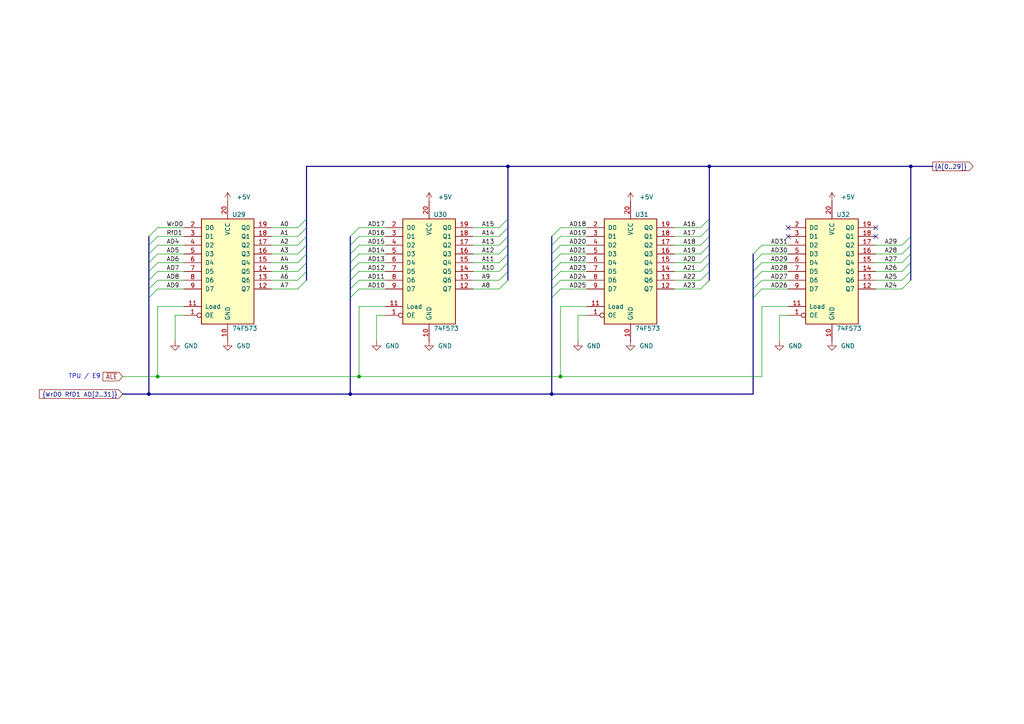
<source format=kicad_sch>
(kicad_sch (version 20250114) (generator "eeschema") (generator_version "9.0")
  (paper "A4")
  (title_block (title "TPU"))
  (lib_symbols
    (symbol "georg:74F573" (pin_names (offset 1.016))
      (property "Reference" "U" (at 1.27 16.51 0))
      (property "Value" "74F573" (at 1.27 -16.51 0))
      (symbol "74F573_1_0"
        (pin input line (at -12.7 12.7 0) (length 5.08) (name "D0") (number "2"))
        (pin input line (at -12.7 10.16 0) (length 5.08) (name "D1") (number "3"))
        (pin input line (at -12.7 7.62 0) (length 5.08) (name "D2") (number "4"))
        (pin input line (at -12.7 5.08 0) (length 5.08) (name "D3") (number "5"))
        (pin input line (at -12.7 2.54 0) (length 5.08) (name "D4") (number "6"))
        (pin input line (at -12.7 0 0) (length 5.08) (name "D5") (number "7"))
        (pin input line (at -12.7 -2.54 0) (length 5.08) (name "D6") (number "8"))
        (pin input line (at -12.7 -5.08 0) (length 5.08) (name "D7") (number "9"))
        (pin input line (at -12.7 -10.16 0) (length 5.08) (name "Load") (number "11"))
        (pin input inverted (at -12.7 -12.7 0) (length 5.08) (name "OE") (number "1"))
        (pin power_in line (at 0 20.32 270) (length 5.08) (name "VCC") (number "20"))
        (pin power_in line (at 0 -20.32 90) (length 5.08) (name "GND") (number "10"))
        (pin tri_state line (at 12.7 12.7 180) (length 5.08) (name "Q0") (number "19"))
        (pin tri_state line (at 12.7 10.16 180) (length 5.08) (name "Q1") (number "18"))
        (pin tri_state line (at 12.7 7.62 180) (length 5.08) (name "Q2") (number "17"))
        (pin tri_state line (at 12.7 5.08 180) (length 5.08) (name "Q3") (number "16"))
        (pin tri_state line (at 12.7 2.54 180) (length 5.08) (name "Q4") (number "15"))
        (pin tri_state line (at 12.7 0 180) (length 5.08) (name "Q5") (number "14"))
        (pin tri_state line (at 12.7 -2.54 180) (length 5.08) (name "Q6") (number "13"))
        (pin tri_state line (at 12.7 -5.08 180) (length 5.08) (name "Q7") (number "12"))
      )
      (symbol "74F573_1_1"
        (rectangle (start -7.62 15.24) (end 7.62 -15.24) (stroke (width 0.254)) (fill (type background)))
      )
    )
    (symbol "power:+5V" (power) (pin_numbers (hide yes)) (pin_names (offset 0) (hide yes))
      (property "Value" "+5V" (at 0 3.556 0))
      (symbol "+5V_0_1"
        (polyline (pts (xy -0.762 1.27) (xy 0 2.54)))
        (polyline (pts (xy 0 2.54) (xy 0.762 1.27)))
        (polyline (pts (xy 0 0) (xy 0 2.54)))
      )
      (symbol "+5V_1_1"
        (pin power_in line (at 0 0 90) (length 0) (name "~") (number "1"))
      )
    )
    (symbol "power:GND" (power) (pin_numbers (hide yes)) (pin_names (offset 0) (hide yes))
      (property "Value" "GND" (at 0 -3.81 0))
      (symbol "GND_0_1"
        (polyline (pts (xy 0 0) (xy 0 -1.27) (xy 1.27 -1.27) (xy 0 -2.54) (xy -1.27 -1.27) (xy 0 -1.27)))
      )
      (symbol "GND_1_1"
        (pin power_in line (at 0 0 270) (length 0) (name "~") (number "1"))
      )
    )
  )
  (text "TPU / E9" (at 29.21 109.22 0) (effects (font (size 1.27 1.27)) (justify right)))
  (junction (at 147.32 48.26))
  (junction (at 101.6 114.3))
  (junction (at 264.16 48.26))
  (junction (at 205.74 48.26))
  (junction (at 160.02 114.3))
  (junction (at 162.56 109.22))
  (junction (at 104.14 109.22))
  (junction (at 43.18 114.3))
  (junction (at 45.72 109.22))
  (no_connect (at 228.6 68.58))
  (no_connect (at 254 66.04))
  (no_connect (at 228.6 66.04))
  (no_connect (at 254 68.58))
  (bus_entry (at 218.44 76.2) (size 2.54 -2.54))
  (bus_entry (at 43.18 73.66) (size 2.54 -2.54))
  (bus_entry (at 160.02 81.28) (size 2.54 -2.54))
  (bus_entry (at 144.78 66.04) (size 2.54 -2.54))
  (bus_entry (at 203.2 68.58) (size 2.54 -2.54))
  (bus_entry (at 218.44 81.28) (size 2.54 -2.54))
  (bus_entry (at 144.78 76.2) (size 2.54 -2.54))
  (bus_entry (at 218.44 78.74) (size 2.54 -2.54))
  (bus_entry (at 261.62 71.12) (size 2.54 -2.54))
  (bus_entry (at 43.18 78.74) (size 2.54 -2.54))
  (bus_entry (at 101.6 83.82) (size 2.54 -2.54))
  (bus_entry (at 144.78 73.66) (size 2.54 -2.54))
  (bus_entry (at 203.2 66.04) (size 2.54 -2.54))
  (bus_entry (at 203.2 71.12) (size 2.54 -2.54))
  (bus_entry (at 160.02 78.74) (size 2.54 -2.54))
  (bus_entry (at 144.78 78.74) (size 2.54 -2.54))
  (bus_entry (at 43.18 68.58) (size 2.54 -2.54))
  (bus_entry (at 88.9 68.58) (size -2.54 2.54))
  (bus_entry (at 218.44 73.66) (size 2.54 -2.54))
  (bus_entry (at 101.6 76.2) (size 2.54 -2.54))
  (bus_entry (at 101.6 78.74) (size 2.54 -2.54))
  (bus_entry (at 43.18 76.2) (size 2.54 -2.54))
  (bus_entry (at 261.62 73.66) (size 2.54 -2.54))
  (bus_entry (at 88.9 71.12) (size -2.54 2.54))
  (bus_entry (at 160.02 68.58) (size 2.54 -2.54))
  (bus_entry (at 43.18 81.28) (size 2.54 -2.54))
  (bus_entry (at 203.2 81.28) (size 2.54 -2.54))
  (bus_entry (at 261.62 81.28) (size 2.54 -2.54))
  (bus_entry (at 88.9 76.2) (size -2.54 2.54))
  (bus_entry (at 43.18 86.36) (size 2.54 -2.54))
  (bus_entry (at 218.44 86.36) (size 2.54 -2.54))
  (bus_entry (at 144.78 68.58) (size 2.54 -2.54))
  (bus_entry (at 261.62 78.74) (size 2.54 -2.54))
  (bus_entry (at 203.2 73.66) (size 2.54 -2.54))
  (bus_entry (at 43.18 71.12) (size 2.54 -2.54))
  (bus_entry (at 144.78 71.12) (size 2.54 -2.54))
  (bus_entry (at 88.9 81.28) (size -2.54 2.54))
  (bus_entry (at 203.2 83.82) (size 2.54 -2.54))
  (bus_entry (at 43.18 83.82) (size 2.54 -2.54))
  (bus_entry (at 101.6 71.12) (size 2.54 -2.54))
  (bus_entry (at 203.2 76.2) (size 2.54 -2.54))
  (bus_entry (at 160.02 73.66) (size 2.54 -2.54))
  (bus_entry (at 160.02 76.2) (size 2.54 -2.54))
  (bus_entry (at 160.02 71.12) (size 2.54 -2.54))
  (bus_entry (at 101.6 68.58) (size 2.54 -2.54))
  (bus_entry (at 261.62 83.82) (size 2.54 -2.54))
  (bus_entry (at 101.6 86.36) (size 2.54 -2.54))
  (bus_entry (at 203.2 78.74) (size 2.54 -2.54))
  (bus_entry (at 261.62 76.2) (size 2.54 -2.54))
  (bus_entry (at 88.9 66.04) (size -2.54 2.54))
  (bus_entry (at 101.6 81.28) (size 2.54 -2.54))
  (bus_entry (at 160.02 83.82) (size 2.54 -2.54))
  (bus_entry (at 144.78 81.28) (size 2.54 -2.54))
  (bus_entry (at 101.6 73.66) (size 2.54 -2.54))
  (bus_entry (at 88.9 63.5) (size -2.54 2.54))
  (bus_entry (at 88.9 73.66) (size -2.54 2.54))
  (bus_entry (at 160.02 86.36) (size 2.54 -2.54))
  (bus_entry (at 144.78 83.82) (size 2.54 -2.54))
  (bus_entry (at 88.9 78.74) (size -2.54 2.54))
  (bus_entry (at 218.44 83.82) (size 2.54 -2.54))
  (wire (pts (xy 137.16 78.74) (xy 144.78 78.74)))
  (bus (pts (xy 160.02 73.66) (xy 160.02 76.2)))
  (bus (pts (xy 205.74 63.5) (xy 205.74 66.04)))
  (wire (pts (xy 53.34 88.9) (xy 45.72 88.9)))
  (wire (pts (xy 220.98 73.66) (xy 228.6 73.66)))
  (wire (pts (xy 78.74 73.66) (xy 86.36 73.66)))
  (bus (pts (xy 160.02 78.74) (xy 160.02 81.28)))
  (wire (pts (xy 78.74 78.74) (xy 86.36 78.74)))
  (bus (pts (xy 43.18 86.36) (xy 43.18 114.3)))
  (wire (pts (xy -13.97 189.23) (xy -13.97 187.96)))
  (wire (pts (xy 104.14 68.58) (xy 111.76 68.58)))
  (bus (pts (xy 88.9 63.5) (xy 88.9 66.04)))
  (bus (pts (xy 264.16 76.2) (xy 264.16 78.74)))
  (bus (pts (xy 88.9 78.74) (xy 88.9 81.28)))
  (bus (pts (xy 88.9 48.26) (xy 88.9 63.5)))
  (bus (pts (xy 147.32 48.26) (xy 205.74 48.26)))
  (bus (pts (xy 205.74 78.74) (xy 205.74 81.28)))
  (wire (pts (xy 45.72 78.74) (xy 53.34 78.74)))
  (bus (pts (xy 88.9 48.26) (xy 147.32 48.26)))
  (wire (pts (xy 254 83.82) (xy 261.62 83.82)))
  (wire (pts (xy 78.74 83.82) (xy 86.36 83.82)))
  (bus (pts (xy 43.18 76.2) (xy 43.18 78.74)))
  (bus (pts (xy 264.16 71.12) (xy 264.16 73.66)))
  (bus (pts (xy 205.74 71.12) (xy 205.74 73.66)))
  (wire (pts (xy 226.06 91.44) (xy 226.06 99.06)))
  (bus (pts (xy 147.32 48.26) (xy 147.32 63.5)))
  (bus (pts (xy 205.74 76.2) (xy 205.74 78.74)))
  (bus (pts (xy 205.74 73.66) (xy 205.74 76.2)))
  (bus (pts (xy 218.44 83.82) (xy 218.44 86.36)))
  (bus (pts (xy 88.9 68.58) (xy 88.9 71.12)))
  (wire (pts (xy 109.22 91.44) (xy 109.22 99.06)))
  (wire (pts (xy 220.98 109.22) (xy 220.98 88.9)))
  (wire (pts (xy 220.98 88.9) (xy 228.6 88.9)))
  (wire (pts (xy 220.98 71.12) (xy 228.6 71.12)))
  (wire (pts (xy -16.51 189.23) (xy -13.97 189.23)))
  (wire (pts (xy 104.14 66.04) (xy 111.76 66.04)))
  (wire (pts (xy 104.14 109.22) (xy 162.56 109.22)))
  (wire (pts (xy 162.56 71.12) (xy 170.18 71.12)))
  (wire (pts (xy 162.56 76.2) (xy 170.18 76.2)))
  (bus (pts (xy 205.74 48.26) (xy 205.74 63.5)))
  (bus (pts (xy 160.02 81.28) (xy 160.02 83.82)))
  (bus (pts (xy 88.9 73.66) (xy 88.9 76.2)))
  (wire (pts (xy 162.56 68.58) (xy 170.18 68.58)))
  (wire (pts (xy 137.16 68.58) (xy 144.78 68.58)))
  (wire (pts (xy 50.8 91.44) (xy 50.8 99.06)))
  (bus (pts (xy 43.18 114.3) (xy 101.6 114.3)))
  (wire (pts (xy 35.56 109.22) (xy 45.72 109.22)))
  (bus (pts (xy 101.6 71.12) (xy 101.6 73.66)))
  (wire (pts (xy 104.14 73.66) (xy 111.76 73.66)))
  (bus (pts (xy 160.02 71.12) (xy 160.02 73.66)))
  (bus (pts (xy 88.9 71.12) (xy 88.9 73.66)))
  (bus (pts (xy 218.44 73.66) (xy 218.44 76.2)))
  (bus (pts (xy 88.9 66.04) (xy 88.9 68.58)))
  (wire (pts (xy 137.16 83.82) (xy 144.78 83.82)))
  (bus (pts (xy 147.32 63.5) (xy 147.32 66.04)))
  (bus (pts (xy 101.6 78.74) (xy 101.6 81.28)))
  (wire (pts (xy 162.56 66.04) (xy 170.18 66.04)))
  (bus (pts (xy 218.44 78.74) (xy 218.44 81.28)))
  (bus (pts (xy 160.02 76.2) (xy 160.02 78.74)))
  (bus (pts (xy 43.18 73.66) (xy 43.18 76.2)))
  (wire (pts (xy 53.34 91.44) (xy 50.8 91.44)))
  (wire (pts (xy -13.97 194.31) (xy -13.97 195.58)))
  (wire (pts (xy 45.72 71.12) (xy 53.34 71.12)))
  (wire (pts (xy 137.16 81.28) (xy 144.78 81.28)))
  (wire (pts (xy 195.58 71.12) (xy 203.2 71.12)))
  (wire (pts (xy 195.58 81.28) (xy 203.2 81.28)))
  (wire (pts (xy 170.18 91.44) (xy 167.64 91.44)))
  (wire (pts (xy 137.16 71.12) (xy 144.78 71.12)))
  (bus (pts (xy 101.6 83.82) (xy 101.6 86.36)))
  (wire (pts (xy 162.56 81.28) (xy 170.18 81.28)))
  (bus (pts (xy 147.32 78.74) (xy 147.32 81.28)))
  (wire (pts (xy 78.74 81.28) (xy 86.36 81.28)))
  (wire (pts (xy 104.14 78.74) (xy 111.76 78.74)))
  (bus (pts (xy 218.44 81.28) (xy 218.44 83.82)))
  (wire (pts (xy 45.72 81.28) (xy 53.34 81.28)))
  (bus (pts (xy 147.32 76.2) (xy 147.32 78.74)))
  (wire (pts (xy 254 81.28) (xy 261.62 81.28)))
  (bus (pts (xy 43.18 78.74) (xy 43.18 81.28)))
  (wire (pts (xy 220.98 81.28) (xy 228.6 81.28)))
  (bus (pts (xy 264.16 68.58) (xy 264.16 71.12)))
  (bus (pts (xy 205.74 66.04) (xy 205.74 68.58)))
  (bus (pts (xy 147.32 71.12) (xy 147.32 73.66)))
  (wire (pts (xy 254 76.2) (xy 261.62 76.2)))
  (bus (pts (xy 101.6 73.66) (xy 101.6 76.2)))
  (wire (pts (xy 104.14 71.12) (xy 111.76 71.12)))
  (wire (pts (xy 254 78.74) (xy 261.62 78.74)))
  (wire (pts (xy 254 71.12) (xy 261.62 71.12)))
  (wire (pts (xy 111.76 91.44) (xy 109.22 91.44)))
  (wire (pts (xy 111.76 88.9) (xy 104.14 88.9)))
  (wire (pts (xy -16.51 194.31) (xy -13.97 194.31)))
  (bus (pts (xy 160.02 114.3) (xy 218.44 114.3)))
  (bus (pts (xy 160.02 83.82) (xy 160.02 86.36)))
  (bus (pts (xy 218.44 76.2) (xy 218.44 78.74)))
  (wire (pts (xy 78.74 68.58) (xy 86.36 68.58)))
  (wire (pts (xy 45.72 73.66) (xy 53.34 73.66)))
  (wire (pts (xy 228.6 91.44) (xy 226.06 91.44)))
  (wire (pts (xy 137.16 76.2) (xy 144.78 76.2)))
  (wire (pts (xy 137.16 73.66) (xy 144.78 73.66)))
  (bus (pts (xy 205.74 68.58) (xy 205.74 71.12)))
  (bus (pts (xy 43.18 81.28) (xy 43.18 83.82)))
  (bus (pts (xy 43.18 68.58) (xy 43.18 71.12)))
  (wire (pts (xy 162.56 109.22) (xy 220.98 109.22)))
  (wire (pts (xy 195.58 78.74) (xy 203.2 78.74)))
  (wire (pts (xy 195.58 66.04) (xy 203.2 66.04)))
  (wire (pts (xy 195.58 73.66) (xy 203.2 73.66)))
  (bus (pts (xy 101.6 86.36) (xy 101.6 114.3)))
  (wire (pts (xy 162.56 88.9) (xy 162.56 109.22)))
  (bus (pts (xy 35.56 114.3) (xy 43.18 114.3)))
  (bus (pts (xy 43.18 83.82) (xy 43.18 86.36)))
  (bus (pts (xy 147.32 73.66) (xy 147.32 76.2)))
  (wire (pts (xy 45.72 83.82) (xy 53.34 83.82)))
  (wire (pts (xy 45.72 88.9) (xy 45.72 109.22)))
  (bus (pts (xy 101.6 68.58) (xy 101.6 71.12)))
  (bus (pts (xy 264.16 78.74) (xy 264.16 81.28)))
  (wire (pts (xy 78.74 71.12) (xy 86.36 71.12)))
  (wire (pts (xy 167.64 91.44) (xy 167.64 99.06)))
  (wire (pts (xy 170.18 88.9) (xy 162.56 88.9)))
  (bus (pts (xy 205.74 48.26) (xy 264.16 48.26)))
  (bus (pts (xy 101.6 76.2) (xy 101.6 78.74)))
  (wire (pts (xy 195.58 83.82) (xy 203.2 83.82)))
  (wire (pts (xy 45.72 68.58) (xy 53.34 68.58)))
  (wire (pts (xy 254 73.66) (xy 261.62 73.66)))
  (bus (pts (xy 43.18 71.12) (xy 43.18 73.66)))
  (wire (pts (xy 104.14 76.2) (xy 111.76 76.2)))
  (bus (pts (xy 264.16 73.66) (xy 264.16 76.2)))
  (bus (pts (xy 264.16 48.26) (xy 270.51 48.26)))
  (bus (pts (xy 160.02 86.36) (xy 160.02 114.3)))
  (wire (pts (xy 220.98 78.74) (xy 228.6 78.74)))
  (bus (pts (xy 101.6 81.28) (xy 101.6 83.82)))
  (wire (pts (xy 45.72 66.04) (xy 53.34 66.04)))
  (bus (pts (xy 160.02 68.58) (xy 160.02 71.12)))
  (wire (pts (xy 220.98 76.2) (xy 228.6 76.2)))
  (wire (pts (xy 220.98 83.82) (xy 228.6 83.82)))
  (wire (pts (xy 45.72 109.22) (xy 104.14 109.22)))
  (wire (pts (xy 104.14 83.82) (xy 111.76 83.82)))
  (wire (pts (xy 195.58 76.2) (xy 203.2 76.2)))
  (wire (pts (xy 137.16 66.04) (xy 144.78 66.04)))
  (wire (pts (xy 195.58 68.58) (xy 203.2 68.58)))
  (wire (pts (xy 162.56 73.66) (xy 170.18 73.66)))
  (wire (pts (xy 104.14 88.9) (xy 104.14 109.22)))
  (wire (pts (xy 78.74 76.2) (xy 86.36 76.2)))
  (wire (pts (xy 78.74 66.04) (xy 86.36 66.04)))
  (bus (pts (xy 101.6 114.3) (xy 160.02 114.3)))
  (bus (pts (xy 147.32 66.04) (xy 147.32 68.58)))
  (wire (pts (xy 162.56 78.74) (xy 170.18 78.74)))
  (wire (pts (xy 104.14 81.28) (xy 111.76 81.28)))
  (bus (pts (xy 264.16 48.26) (xy 264.16 68.58)))
  (wire (pts (xy 162.56 83.82) (xy 170.18 83.82)))
  (bus (pts (xy 147.32 68.58) (xy 147.32 71.12)))
  (wire (pts (xy 45.72 76.2) (xy 53.34 76.2)))
  (bus (pts (xy 218.44 86.36) (xy 218.44 114.3)))
  (bus (pts (xy 88.9 76.2) (xy 88.9 78.74)))
  (label "AD18" (at 165.1 66.04 0))
  (label "A3" (at 81.28 73.66 0))
  (label "A21" (at 198.12 78.74 0))
  (label "A28" (at 256.54 73.66 0))
  (label "A6" (at 81.28 81.28 0))
  (label "AD19" (at 165.1 68.58 0))
  (label "A23" (at 198.12 83.82 0))
  (label "AD13" (at 106.68 76.2 0))
  (label "AD14" (at 106.68 73.66 0))
  (label "A25" (at 256.54 81.28 0))
  (label "AD22" (at 165.1 76.2 0))
  (label "AD8" (at 48.26 81.28 0))
  (label "A5" (at 81.28 78.74 0))
  (label "AD21" (at 165.1 73.66 0))
  (label "AD29" (at 223.52 76.2 0))
  (label "A0" (at 81.28 66.04 0))
  (label "A8" (at 139.7 83.82 0))
  (label "A16" (at 198.12 66.04 0))
  (label "AD12" (at 106.68 78.74 0))
  (label "A26" (at 256.54 78.74 0))
  (label "AD11" (at 106.68 81.28 0))
  (label "AD7" (at 48.26 78.74 0))
  (label "A20" (at 198.12 76.2 0))
  (label "A17" (at 198.12 68.58 0))
  (label "AD16" (at 106.68 68.58 0))
  (label "AD9" (at 48.26 83.82 0))
  (label "WrD0" (at 48.26 66.04 0))
  (label "A22" (at 198.12 81.28 0))
  (label "AD23" (at 165.1 78.74 0))
  (label "A10" (at 139.7 78.74 0))
  (label "A18" (at 198.12 71.12 0))
  (label "AD31" (at 223.52 71.12 0))
  (label "AD10" (at 106.68 83.82 0))
  (label "AD27" (at 223.52 81.28 0))
  (label "A15" (at 139.7 66.04 0))
  (label "AD30" (at 223.52 73.66 0))
  (label "AD28" (at 223.52 78.74 0))
  (label "AD5" (at 48.26 73.66 0))
  (label "A19" (at 198.12 73.66 0))
  (label "A29" (at 256.54 71.12 0))
  (label "AD6" (at 48.26 76.2 0))
  (label "A24" (at 256.54 83.82 0))
  (label "A4" (at 81.28 76.2 0))
  (label "AD25" (at 165.1 83.82 0))
  (label "A14" (at 139.7 68.58 0))
  (label "RfD1" (at 48.26 68.58 0))
  (label "A9" (at 139.7 81.28 0))
  (label "AD4" (at 48.26 71.12 0))
  (label "AD17" (at 106.68 66.04 0))
  (label "AD26" (at 223.52 83.82 0))
  (label "A1" (at 81.28 68.58 0))
  (label "A2" (at 81.28 71.12 0))
  (label "A13" (at 139.7 71.12 0))
  (label "AD24" (at 165.1 81.28 0))
  (label "A11" (at 139.7 76.2 0))
  (label "A7" (at 81.28 83.82 0))
  (label "A27" (at 256.54 76.2 0))
  (label "AD15" (at 106.68 71.12 0))
  (label "AD20" (at 165.1 71.12 0))
  (label "A12" (at 139.7 73.66 0))
  (global_label "DM" (shape input) (at -16.51 194.31 180) (property "Intersheetrefs" "${INTERSHEET_REFS}" (effects (hide yes))))
  (global_label "{A[0..29]}" (shape output) (at 270.51 48.26 0) (property "Intersheetrefs" "${INTERSHEET_REFS}" (effects (hide yes))))
  (global_label "~{ALE}" (shape input) (at 35.56 109.22 180) (property "Intersheetrefs" "${INTERSHEET_REFS}" (effects (hide yes))))
  (global_label "{WrD0 RfD1 AD[2..31]}" (shape input) (at 35.56 114.3 180) (property "Intersheetrefs" "${INTERSHEET_REFS}" (effects (hide yes))))
  (global_label "+5V" (shape input) (at -16.51 189.23 180) (property "Intersheetrefs" "${INTERSHEET_REFS}" (effects (hide yes))))
  (symbol (lib_id "power:GND") (at 182.88 99.06 0) (unit 1)
    (property "Reference" "#PWR087" (effects (hide yes)))
    (property "Value" "GND" (at 185.42 100.3299 0) (effects (justify left)))
    (property "Description" "Power symbol creates a global label with name \"GND\" , ground" (effects (hide yes)))
  )
  (symbol (lib_id "power:+5V") (at 66.04 58.42 0) (unit 1)
    (property "Reference" "#PWR080" (effects (hide yes)))
    (property "Value" "+5V" (at 68.58 57.1499 0) (effects (justify left)))
    (property "Description" "Power symbol creates a global label with name \"+5V\"" (effects (hide yes)))
  )
  (symbol (lib_id "power:GND") (at 167.64 99.06 0) (unit 1)
    (property "Reference" "#PWR085" (effects (hide yes)))
    (property "Value" "GND" (at 170.18 100.3299 0) (effects (justify left)))
    (property "Description" "Power symbol creates a global label with name \"GND\" , ground" (effects (hide yes)))
  )
  (symbol (lib_id "power:GND") (at 66.04 99.06 0) (unit 1)
    (property "Reference" "#PWR081" (effects (hide yes)))
    (property "Value" "GND" (at 68.58 100.3299 0) (effects (justify left)))
    (property "Description" "Power symbol creates a global label with name \"GND\" , ground" (effects (hide yes)))
  )
  (symbol (lib_id "power:GND") (at -13.97 195.58 0) (unit 1)
    (property "Reference" "#PWR0147" (effects (hide yes)))
    (property "Value" "GND" (at -11.43 196.8499 0) (effects (justify left)))
    (property "Description" "Power symbol creates a global label with name \"GND\" , ground" (effects (hide yes)))
  )
  (symbol (lib_id "power:+5V") (at 182.88 58.42 0) (unit 1)
    (property "Reference" "#PWR086" (effects (hide yes)))
    (property "Value" "+5V" (at 185.42 57.1499 0) (effects (justify left)))
    (property "Description" "Power symbol creates a global label with name \"+5V\"" (effects (hide yes)))
  )
  (symbol (lib_id "georg:74F573") (at 241.3 78.74 0) (unit 1)
    (property "Reference" "U32" (at 242.57 62.23 0) (effects (justify left)))
    (property "Value" "74F573" (at 242.57 95.25 0) (effects (justify left)))
    (property "Footprint" "tpu:DIP-20_W7.62mm-tight" (effects (hide yes)))
    (property "Datasheet" "74xx/74hc573.pdf" (effects (hide yes)))
    (property "Description" "8-bit Latch 3-state outputs" (effects (hide yes)))
  )
  (symbol (lib_id "power:+5V") (at -13.97 187.96 0) (unit 1)
    (property "Reference" "#PWR0146" (effects (hide yes)))
    (property "Value" "+5V" (at -11.43 186.6899 0) (effects (justify left)))
    (property "Description" "Power symbol creates a global label with name \"+5V\"" (effects (hide yes)))
  )
  (symbol (lib_id "georg:74F573") (at 66.04 78.74 0) (unit 1)
    (property "Reference" "U29" (at 67.31 62.23 0) (effects (justify left)))
    (property "Value" "74F573" (at 67.31 95.25 0) (effects (justify left)))
    (property "Footprint" "tpu:DIP-20_W7.62mm-tight" (effects (hide yes)))
    (property "Datasheet" "74xx/74hc573.pdf" (effects (hide yes)))
    (property "Description" "8-bit Latch 3-state outputs" (effects (hide yes)))
  )
  (symbol (lib_id "power:GND") (at 109.22 99.06 0) (unit 1)
    (property "Reference" "#PWR082" (effects (hide yes)))
    (property "Value" "GND" (at 111.76 100.3299 0) (effects (justify left)))
    (property "Description" "Power symbol creates a global label with name \"GND\" , ground" (effects (hide yes)))
  )
  (symbol (lib_id "power:GND") (at 226.06 99.06 0) (unit 1)
    (property "Reference" "#PWR088" (effects (hide yes)))
    (property "Value" "GND" (at 228.6 100.3299 0) (effects (justify left)))
    (property "Description" "Power symbol creates a global label with name \"GND\" , ground" (effects (hide yes)))
  )
  (symbol (lib_id "power:+5V") (at 241.3 58.42 0) (unit 1)
    (property "Reference" "#PWR089" (effects (hide yes)))
    (property "Value" "+5V" (at 243.84 57.1499 0) (effects (justify left)))
    (property "Description" "Power symbol creates a global label with name \"+5V\"" (effects (hide yes)))
  )
  (symbol (lib_id "power:GND") (at 241.3 99.06 0) (unit 1)
    (property "Reference" "#PWR090" (effects (hide yes)))
    (property "Value" "GND" (at 243.84 100.3299 0) (effects (justify left)))
    (property "Description" "Power symbol creates a global label with name \"GND\" , ground" (effects (hide yes)))
  )
  (symbol (lib_id "georg:74F573") (at 124.46 78.74 0) (unit 1)
    (property "Reference" "U30" (at 125.73 62.23 0) (effects (justify left)))
    (property "Value" "74F573" (at 125.73 95.25 0) (effects (justify left)))
    (property "Footprint" "tpu:DIP-20_W7.62mm-tight" (effects (hide yes)))
    (property "Datasheet" "74xx/74hc573.pdf" (effects (hide yes)))
    (property "Description" "8-bit Latch 3-state outputs" (effects (hide yes)))
  )
  (symbol (lib_id "power:+5V") (at 124.46 58.42 0) (unit 1)
    (property "Reference" "#PWR083" (effects (hide yes)))
    (property "Value" "+5V" (at 127 57.1499 0) (effects (justify left)))
    (property "Description" "Power symbol creates a global label with name \"+5V\"" (effects (hide yes)))
  )
  (symbol (lib_id "power:GND") (at 124.46 99.06 0) (unit 1)
    (property "Reference" "#PWR084" (effects (hide yes)))
    (property "Value" "GND" (at 127 100.3299 0) (effects (justify left)))
    (property "Description" "Power symbol creates a global label with name \"GND\" , ground" (effects (hide yes)))
  )
  (symbol (lib_id "georg:74F573") (at 182.88 78.74 0) (unit 1)
    (property "Reference" "U31" (at 184.15 62.23 0) (effects (justify left)))
    (property "Value" "74F573" (at 184.15 95.25 0) (effects (justify left)))
    (property "Footprint" "tpu:DIP-20_W7.62mm-tight" (effects (hide yes)))
    (property "Datasheet" "74xx/74hc573.pdf" (effects (hide yes)))
    (property "Description" "8-bit Latch 3-state outputs" (effects (hide yes)))
  )
  (symbol (lib_id "power:GND") (at 50.8 99.06 0) (unit 1)
    (property "Reference" "#PWR079" (effects (hide yes)))
    (property "Value" "GND" (at 53.34 100.3299 0) (effects (justify left)))
    (property "Description" "Power symbol creates a global label with name \"GND\" , ground" (effects (hide yes)))
  )
)
</source>
